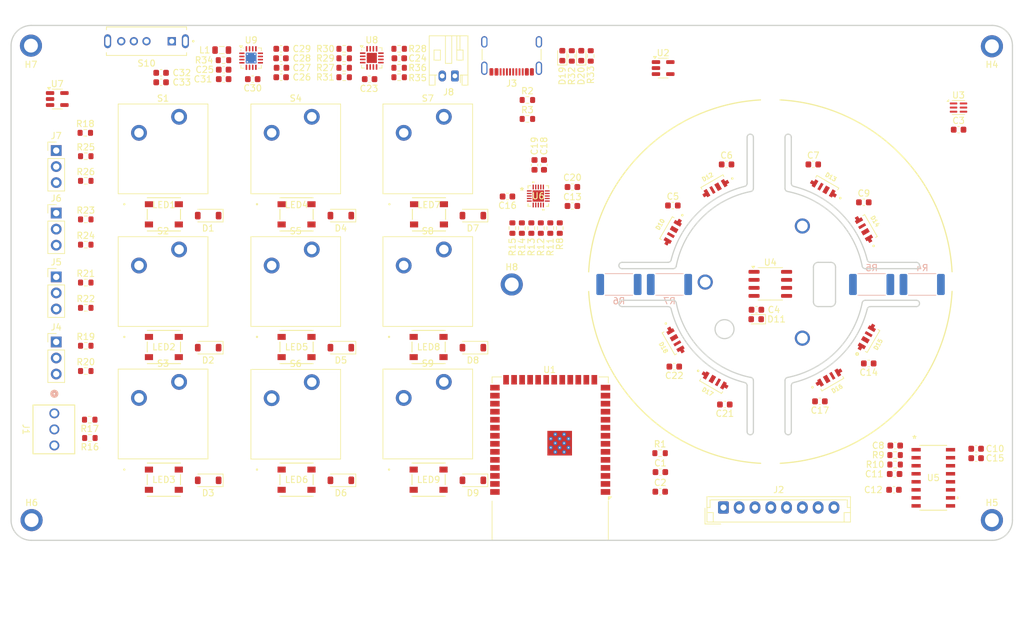
<source format=kicad_pcb>
(kicad_pcb (version 20240108) (generator "pcbnew") (generator_version "8.0")
  (layers (0 "F.Cu" signal) (1 "In1.Cu" signal) (2 "In2.Cu" signal) (31 "B.Cu" signal) (34 "B.Paste" user) (35 "F.Paste" user) (36 "B.SilkS" user "B.Silkscreen") (37 "F.SilkS" user "F.Silkscreen") (38 "B.Mask" user) (39 "F.Mask" user) (44 "Edge.Cuts" user))
  (net 0 "")
  (net 1 "GND")
  (net 2 "VCC_3V3")
  (net 3 "Net-(U1-EN)")
  (net 4 "VCC_5V5")
  (net 5 "Net-(U5-VIN1P)")
  (net 6 "Net-(U5-VIN1N)")
  (net 7 "Net-(U5-AVDD{slash}LDO)")
  (net 8 "Net-(U5-VIN2N)")
  (net 9 "Net-(U5-VIN2P)")
  (net 10 "Net-(U5-VBG)")
  (net 11 "/Dial/VIO")
  (net 12 "Net-(U6-VCP)")
  (net 13 "Net-(U6-1.8VOUT)")
  (net 14 "Net-(C23-Pad1)")
  (net 15 "Net-(U9-SS{slash}TR)")
  (net 16 "/MCU/ROW_0")
  (net 17 "Net-(D1-A)")
  (net 18 "/MCU/ROW_1")
  (net 19 "Net-(D2-A)")
  (net 20 "Net-(D3-A)")
  (net 21 "/MCU/ROW_2")
  (net 22 "Net-(D4-A)")
  (net 23 "Net-(D5-A)")
  (net 24 "Net-(D6-A)")
  (net 25 "Net-(D7-A)")
  (net 26 "Net-(D8-A)")
  (net 27 "Net-(D9-A)")
  (net 28 "/Dial/DIAL_LED_DATA_5V")
  (net 29 "Net-(D10-DOUT)")
  (net 30 "Net-(D12-DOUT)")
  (net 31 "Net-(D13-DOUT)")
  (net 32 "Net-(D14-DOUT)")
  (net 33 "Net-(D15-DOUT)")
  (net 34 "Net-(D16-DOUT)")
  (net 35 "Net-(D17-DOUT)")
  (net 37 "/MCU/SDA")
  (net 38 "/MCU/SCL")
  (net 39 "/MCU/LCD_DATA")
  (net 40 "/MCU/LCD_CS")
  (net 41 "/MCU/LCD_CMD")
  (net 42 "/MCU/LCD_BL")
  (net 43 "/MCU/LCD_RST")
  (net 44 "/MCU/LCD_SCK")
  (net 45 "VIN_5V")
  (net 46 "Net-(J3-CC2)")
  (net 47 "Net-(J3-CC1)")
  (net 48 "/MCU/USB_D+")
  (net 50 "/MCU/USB_D-")
  (net 52 "/MCU/VH")
  (net 53 "Net-(J4-Pin_1)")
  (net 54 "Net-(J5-Pin_1)")
  (net 55 "/MCU/UH")
  (net 56 "Net-(J6-Pin_1)")
  (net 57 "AMB_INT")
  (net 58 "/MCU/KEY_LED_DATA")
  (net 59 "Net-(J7-Pin_1)")
  (net 60 "Net-(L1-Pad1)")
  (net 61 "Net-(LED1-DOUT)")
  (net 62 "Net-(LED2-DOUT)")
  (net 63 "Net-(LED3-DOUT)")
  (net 64 "Net-(LED4-DOUT)")
  (net 65 "Net-(LED5-DOUT)")
  (net 66 "Net-(LED6-DOUT)")
  (net 67 "Net-(LED7-DOUT)")
  (net 68 "Net-(LED8-DOUT)")
  (net 70 "Net-(R10-Pad1)")
  (net 71 "Net-(R6-Pad2)")
  (net 72 "/Dial/VL")
  (net 73 "/Dial/WL")
  (net 74 "/Dial/UL")
  (net 75 "/Dial/WH")
  (net 76 "/Dial/VH")
  (net 77 "/Dial/UH")
  (net 78 "Net-(U7-Y)")
  (net 79 "Net-(LED1-DIN)")
  (net 80 "Net-(J4-Pin_3)")
  (net 81 "Net-(J5-Pin_3)")
  (net 82 "Net-(J6-Pin_3)")
  (net 83 "Net-(J7-Pin_3)")
  (net 84 "Net-(U8-TS)")
  (net 85 "Net-(U8-ILIM)")
  (net 86 "Net-(U8-ISET)")
  (net 87 "SW_OFF")
  (net 88 "/Power/NCE")
  (net 89 "Net-(D19-A)")
  (net 90 "Net-(D20-A)")
  (net 91 "Net-(U9-PG)")
  (net 92 "/MCU/COL_0")
  (net 93 "/MCU/COL_1")
  (net 94 "/MCU/COL_2")
  (net 95 "/MCU/SW_USB")
  (net 96 "/MCU/SW_BT")
  (net 97 "/MCU/NPGOOD")
  (net 98 "/MCU/NCE")
  (net 100 "/MCU/WL")
  (net 101 "DIAL_LED_DATA")
  (net 102 "/MCU/VL")
  (net 105 "/MCU/NCHG")
  (net 106 "/MCU/DIAG")
  (net 107 "STRAIN_DRDY")
  (net 108 "/MCU/WH")
  (net 109 "/MCU/VIO")
  (net 110 "/MCU/UL")
  (net 112 "/Dial/SCL")
  (net 114 "/Dial/SDA")
  (net 120 "/Dial/W")
  (net 121 "/Dial/U")
  (net 122 "/Dial/DIAG")
  (net 123 "/Dial/V")
  (net 125 "/Power/NCHG")
  (net 126 "/Power/NPGOOD")
  (footprint "ScottoKeebs_MX:MX_PCB_1.00u" (layer "F.Cu") (at 94.81 90.54)
    (property "Reference" "S2")
    (property "Value" "Keyswitch")
  )
  (footprint "Resistor_SMD:R_0603_1608Metric" (layer "F.Cu") (at 82.575 90.7)
    (property "Reference" "R21")
    (property "Value" "10K")
  )
  (footprint "ScottoKeebs_MX:MX_PCB_1.00u" (layer "F.Cu") (at 136.71 69.54)
    (property "Reference" "S7")
    (property "Value" "Keyswitch")
  )
  (footprint "ScottoKeebs_MX:MX_PCB_1.00u" (layer "F.Cu") (at 94.81 69.54)
    (property "Reference" "S1")
    (property "Value" "Keyswitch")
  )
  (footprint "OptoDevice:Broadcom_DFN-6_2x2mm_P0.65mm" (layer "F.Cu") (at 220.7125 63)
    (property "Reference" "U3")
    (property "Value" "APDS-9306-065")
  )
  (footprint "MountingHole:MountingHole_2.2mm_M2_ISO7380_Pad" (layer "F.Cu") (at 226 128.3)
    (property "Reference" "H5")
    (property "Value" "ScrewHole")
  )
  (footprint "Capacitor_SMD:C_0603_1608Metric" (layer "F.Cu") (at 94.5 59 180)
    (property "Reference" "C33")
    (property "Value" "0.1uF")
  )
  (footprint "Capacitor_SMD:C_0603_1608Metric" (layer "F.Cu") (at 197.725 72)
    (property "Reference" "C7")
    (property "Value" "0.1uF")
  )
  (footprint "LED_IN-PI55TAT_INL:LED_IN-PI55TAT_INL" (layer "F.Cu") (at 136.8378 100.900001)
    (property "Reference" "LED8")
    (property "Value" "IN-PI55TATPRPGPB")
  )
  (footprint "Capacitor_SMD:C_0603_1608Metric" (layer "F.Cu") (at 210.5 123.5 180)
    (property "Reference" "C12")
    (property "Value" "0.1uF")
  )
  (footprint "Capacitor_SMD:C_0603_1608Metric" (layer "F.Cu") (at 175.5 78.5)
    (property "Reference" "C5")
    (property "Value" "0.1uF")
  )
  (footprint "LED_4691:LED_4691" (layer "F.Cu") (at 206.160289 82.079553 120)
    (property "Reference" "D14")
    (property "Value" "4691")
  )
  (footprint "LED_IN-PI55TAT_INL:LED_IN-PI55TAT_INL" (layer "F.Cu") (at 136.8378 121.900001)
    (property "Reference" "LED9")
    (property "Value" "IN-PI55TATPRPGPB")
  )
  (footprint "Capacitor_SMD:C_0603_1608Metric" (layer "F.Cu") (at 173.525 120.7)
    (property "Reference" "C1")
    (property "Value" "10uF")
  )
  (footprint "Capacitor_SMD:C_0603_1608Metric" (layer "F.Cu") (at 210.7 116.5)
    (property "Reference" "C8")
    (property "Value" "0.1uF")
  )
  (footprint "Capacitor_SMD:C_0603_1608Metric" (layer "F.Cu") (at 198.775 109.5 180)
    (property "Reference" "C17")
    (property "Value" "0.1uF")
  )
  (footprint "Resistor_SMD:R_0603_1608Metric" (layer "F.Cu") (at 82.575 74.6)
    (property "Reference" "R26")
    (property "Value" "10K")
  )
  (footprint "Capacitor_SMD:C_0603_1608Metric" (layer "F.Cu") (at 220.725 66.5)
    (property "Reference" "C3")
    (property "Value" "1uF")
  )
  (footprint "ScottoKeebs_MX:MX_PCB_1.00u" (layer "F.Cu") (at 136.71 90.54)
    (property "Reference" "S8")
    (property "Value" "Keyswitch")
  )
  (footprint "Package_SO:SO-8_3.9x4.9mm_P1.27mm" (layer "F.Cu") (at 190.925 90.905)
    (property "Reference" "U4")
    (property "Value" "MT6701CT")
  )
  (footprint "NAU7802SGI:SOI16_NAU7802SGI_NUV" (layer "F.Cu") (at 216.72415 121.6)
    (property "Reference" "U5")
    (property "Value" "NAU7802SGI")
  )
  (footprint "Resistor_SMD:R_0603_1608Metric" (layer "F.Cu") (at 159.5 54.825 90)
    (property "Reference" "R32")
    (property "Value" "1.5K")
  )
  (footprint "LED_IN-PI55TAT_INL:LED_IN-PI55TAT_INL" (layer "F.Cu") (at 115.9378 121.900001)
    (property "Reference" "LED6")
    (property "Value" "IN-PI55TATPRPGPB")
  )
  (footprint "Resistor_SMD:R_0603_1608Metric" (layer "F.Cu") (at 156.1 82.075 -90)
    (property "Reference" "R11")
    (property "Value" "100K")
  )
  (footprint "Resistor_SMD:R_0603_1608Metric" (layer "F.Cu") (at 123.475 53.7 180)
    (property "Reference" "R30")
    (property "Value" "10K")
  )
  (footprint "022232031:CONN_A-6373-03A_MOL" (layer "F.Cu") (at 77.6 111.4 -90)
    (property "Reference" "J1")
    (property "Value" "I2C")
  )
  (footprint "Resistor_SMD:R_0603_1608Metric" (layer "F.Cu") (at 150.1 82.075 -90)
    (property "Reference" "R15")
    (property "Value" "100K")
  )
  (footprint "Package_TO_SOT_SMD:SOT-23-5" (layer "F.Cu") (at 173.9625 56.75)
    (property "Reference" "U2")
    (property "Value" "SN74LV1T34DBV")
  )
  (footprint "Resistor_SMD:R_0603_1608Metric" (layer "F.Cu") (at 82.575 104.7)
    (property "Reference" "R20")
    (property "Value" "10K")
  )
  (footprint "MountingHole:MountingHole_2.2mm_M2_ISO7380_Pad" (layer "F.Cu") (at 150 91)
    (property "Reference" "H8")
    (property "Value" "ScrewHole")
  )
  (footprint "Connector_JST:JST_PH_S2B-PH-K_1x02_P2.00mm_Horizontal" (layer "F.Cu") (at 141 58 180)
    (property "Reference" "J8")
    (property "Value" "S2B-PH-K-SLFSN")
  )
  (footprint "LED_IN-PI55TAT_INL:LED_IN-PI55TAT_INL" (layer "F.Cu") (at 94.9378 79.899999)
    (property "Reference" "LED1")
    (property "Value" "IN-PI55TATPRPGPB")
  )
  (footprint "RF_Module:ESP32-S3-WROOM-1" (layer "F.Cu") (at 156.085 118.58 180)
    (property "Reference" "U1")
    (property "Value" "ESP32-S3-WROOM-1")
  )
  (footprint "Inductor_SMD:L_0805_2012Metric" (layer "F.Cu") (at 104.1 53.9 180)
    (property "Reference" "L1")
    (property "Value" "2.2uH")
  )
  (footprint "Resistor_SMD:R_0603_1608Metric" (layer "F.Cu") (at 162.5 54.825 90)
    (property "Reference" "R33")
    (property "Value" "1.5K")
  )
  (footprint "Resistor_SMD:R_0603_1608Metric" (layer "F.Cu") (at 210.675 119.5)
    (property "Reference" "R10")
    (property "Value" "47")
  )
  (footprint "Holes:MountingHole_M1.6" (layer "F.Cu") (at 196 81.745001)
    (property "Reference" "H1" (hide yes))
    (property "Value" "MotorHole")
  )
  (footprint "Resistor_SMD:R_0603_1608Metric" (layer "F.Cu") (at 82.575 84.7)
    (property "Reference" "R24")
    (property "Value" "10K")
  )
  (footprint "Resistor_SMD:R_0603_1608Metric" (layer "F.Cu") (at 132.175 58.2 180)
    (property "Reference" "R35")
    (property "Value" "100K")
  )
  (footprint "ScottoKeebs_MX:MX_PCB_1.00u" (layer "F.Cu") (at 115.81 69.54)
    (property "Reference" "S4")
    (property "Value" "Keyswitch")
  )
  (footprint "LED_4691:LED_4691" (layer "F.Cu") (at 182.079552 75.339712 -150)
    (property "Reference" "D12")
    (property "Value" "4691")
  )
  (footprint "Diode_SMD:D_SOD-123" (layer "F.Cu") (at 122.95 101 180)
    (property "Reference" "D5")
    (property "Value" "1N4148W")
  )
  (footprint "Resistor_SMD:R_0603_1608Metric" (layer "F.Cu") (at 82.575 70.7)
    (property "Reference" "R25")
    (property "Value" "10K")
  )
  (footprint "Capacitor_SMD:C_0603_1608Metric" (layer "F.Cu") (at 223.5 117)
    (property "Reference" "C10")
    (property "Value" "0.1uF")
  )
  (footprint "ScottoKeebs_MX:MX_PCB_1.00u" (layer "F.Cu") (at 115.81 111.54)
    (property "Reference" "S6")
    (property "Value" "Keyswitch")
  )
  (footprint "Capacitor_SMD:C_0603_1608Metric" (layer "F.Cu") (at 104.4 57)
    (property "Reference" "C25")
    (property "Value" "22uF")
  )
  (footprint "Capacitor_SMD:C_0603_1608Metric" (layer "F.Cu") (at 183.725 110 180)
    (property "Reference" "C21")
    (property "Value" "0.1uF")
  )
  (footprint "Capacitor_SMD:C_0603_1608Metric" (layer "F.Cu") (at 94.5 57.5 180)
    (property "Reference" "C32")
    (property "Value" "10uF")
  )
  (footprint "Capacitor_SMD:C_0603_1608Metric" (layer "F.Cu") (at 113.5 53.7)
    (property "Reference" "C29")
    (property "Value" "4.7uF")
  )
  (footprint "ScottoKeebs_MX:MX_PCB_1.00u" (layer "F.Cu") (at 94.81 111.5)
    (property "Reference" "S3")
    (property "Value" "Keyswitch")
  )
  (footprint "Connector_JST:JST_EH_B8B-EH-A_1x08_P2.50mm_Vertical" (layer "F.Cu") (at 183.5 126.3)
    (property "Reference" "J2")
    (property "Value" "Conn_01x08")
  )
  (footprint "Capacitor_SMD:C_0603_1608Metric" (layer "F.Cu") (at 173.5 123.8)
    (property "Reference" "C2")
    (property "Value" "1uF")
  )
  (footprint "LED_IN-PI55TAT_INL:LED_IN-PI55TAT_INL" (layer "F.Cu") (at 115.9378 79.900001)
    (property "Reference" "LED4")
    (property "Value" "IN-PI55TATPRPGPB")
  )
  (footprint "ScottoKeebs_MX:MX_PCB_1.00u" (layer "F.Cu") (at 136.71 111.5)
    (property "Reference" "S9")
    (property "Value" "Keyswitch")
  )
  (footprint "Resistor_SMD:R_0603_1608Metric" (layer "F.Cu") (at 152.475 64.8)
    (property "Reference" "R3")
    (property "Value" "5.1K")
  )
  (footprint "Holes:MountingHole_M1.6" (layer "F.Cu") (at 196 99.5)
    (property "Reference" "H2" (hide yes))
    (property "Value" "MotorHole")
  )
  (footprint "Connector_PinHeader_2.54mm:PinHeader_1x03_P2.54mm_Vertical" (layer "F.Cu") (at 77.9 79.7)
    (property "Reference" "J6")
    (property "Value" "Conn_01x03")
  )
  (footprint "SW_SLW-1274547-4A-RA-D:SW_SLW-1274547-4A-RA-D" (layer "F.Cu") (at 92.1875 52.5 180)
    (property "Reference" "S10")
    (property "Value" "SLW-1274547-4A-RA-D")
  )
  (footprint "Resistor_SMD:R_0603_1608Metric" (layer "F.Cu") (at 132.175 53.7)
    (property "Reference" "R28")
    (property "Value" "1.1K")
  )
  (footprint "Connector_PinHeader_2.54mm:PinHeader_1x03_P2.54mm_Vertical" (layer "F.Cu") (at 77.9 89.8)
    (property "Reference" "J5")
    (property "Value" "Conn_01x03")
  )
  (footprint "Diode_SMD:D_SOD-123" (layer "F.Cu") (at 122.95 80.1 180)
    (property "Reference" "D4")
    (property "Value" "1N4148W")
  )
  (footprint "Capacitor_SMD:C_0603_1608Metric" (layer "F.Cu") (at 155.1 72.075 90)
    (property "Reference" "C18")
    (property "Value" "10nF")
  )
  (footprint "LED_IN-PI55TAT_INL:LED_IN-PI55TAT_INL" (layer "F.Cu") (at 136.9 79.900001)
    (property "Reference" "LED7")
    (property "Value" "IN-PI55TATPRPGPB")
  )
  (footprint "Resistor_SMD:R_0603_1608Metric" (layer "F.Cu") (at 123.475 55.2)
    (property "Reference" "R29")
    (property "Value" "1.13K")
  )
  (footprint "Connector_PinHeader_2.54mm:PinHeader_1x03_P2.54mm_Vertical" (layer "F.Cu") (at 77.9 69.8)
    (property "Reference" "J7")
    (property "Value" "Conn_01x03")
  )
  (footprint "Diode_SMD:D_SOD-123" (layer "F.Cu") (at 143.85 122 180)
    (property "Reference" "D9")
    (property "Value" "1N4148W")
  )
  (footprint "LED_SMD:LED_0603_1608Metric" (layer "F.Cu") (at 161 54.7875 90)
    (property "Reference" "D20")
    (property "Value" "LED")
  )
  (footprint "Diode_SMD:D_SOD-123" (layer "F.Cu") (at 143.85 80.1 180)
    (property "Reference" "D7")
    (property "Value" "1N4148W")
  )
  (footprint "Diode_SMD:D_SOD-123" (layer "F.Cu") (at 143.85 101 180)
    (property "Reference" "D8")
    (property "Value" "1N4148W")
  )
  (footprint "Resistor_SMD:R_0603_1608Metric" (layer "F.Cu") (at 104.375 55.5)
    (property "Reference" "R34")
    (property "Value" "100K")
  )
  (footprint "Resistor_SMD:R_0603_1608Metric" (layer "F.Cu") (at 123.475 58.2 180)
    (property "Reference" "R31")
    (property "Value" "10K")
  )
  (footprint "TMC6300:21-100586_K2033&plus_1C_ADI" (layer "F.Cu") (at 154.200001 76.9974)
    (property "Reference" "U6")
    (property "Value" "TMC6300-LA-T")
  )
  (footprint "LED_4691:LED_4691" (layer "F.Cu") (at 206.560288 99.629552 60)
    (property "Reference" "D15")
    (property "Value" "4691")
  )
  (footprint "Resistor_SMD:R_0603_1608Metric" (layer "F.Cu") (at 152.475 61.8)
    (property "Reference" "R2")
    (property "Value" "5.1K")
  )
  (footprint "Capacitor_SMD:C_0603_1608Metric" (layer "F.Cu") (at 175.725 104 180)
    (property "Reference" "C22")
    (property "Value" "0.1uF")
  )
  (footprint "Capacitor_SMD:C_0603_1608Metric" (layer "F.Cu") (at 159.6 75.575 180)
    (property "Reference" "C20")
    (property "Value" "10nF")
  )
  (footprint "Resistor_SMD:R_0603_1608Metric" (layer "F.Cu") (at 83.225 115.3 180)
    (property "Reference" "R16")
    (property "Value" "10K")
  )
  (footprint "Capacitor_SMD:C_0603_1608Metric" (layer "F.Cu") (at 206.5 103.5 180)
    (property "Reference" "C14")
    (property "Value" "0.1uF")
  )
  (footprint "Resistor_SMD:R_0603_1608Metric" (layer "F.Cu") (at 83.2 112.4 180)
    (property "Reference" "R17")
    (property "Value" "10K")
  )
  (footprint "Capacitor_SMD:C_0603_1608Metric" (layer "F.Cu") (at 113.5 58.2)
    (property "Reference" "C26")
    (property "Value" "3.3nF")
  )
  (footprint "Resistor_SMD:R_0603_1608Metric" (layer "F.Cu") (at 157.6 82.075 -90)
    (property "Reference" "R8")
    (property "Value" "100K")
  )
  (footprint "LED_4691:LED_4691" (layer "F.Cu") (at 181.870448 106.560289 -30)
    (property "Reference" "D17")
    (property "Value" "4691")
  )
  (footprint "Resistor_SMD:R_0603_1608Metric" (layer "F.Cu") (at 153.1 82.075 -90)
    (property "Reference" "R13")
    (property "Value" "100K")
  )
  (footprint "ScottoKeebs_MX:MX_PCB_1.00u" (layer "F.Cu") (at 115.81 90.54)
    (property "Reference" "S5")
    (property "Value" "Keyswitch")
  )
  (footprint "Capacitor_SMD:C_0603_1608Metric" (layer "F.Cu") (at 188.725 95)
    (property "Reference" "C4")
    (property "Value" "0.1uF")
  )
  (footprint "Resistor_SMD:R_0603_1608Metric" (layer "F.Cu") (at 123.475 56.7 180)
    (property "Reference" "R27")
    (property "Value" "10K")
  )
  (footprint "MountingHole:MountingHole_2.2mm_M2_ISO7380_Pad" (layer "F.Cu") (at 74 128.3)
    (property "Reference" "H6")
    (property "Value" "ScrewHole")
  )
  (footprint "Resistor_SMD:R_0603_1608Metric" (layer "F.Cu") (at 82.575 100.7)
    (property "Reference" "R19")
    (property "Value" "10K")
  )
  (footprint "Capacitor_SMD:C_0603_1608Metric" (layer "F.Cu") (at 109 58.5 180)
    (property "Reference" "C30")
    (property "Value" "22uF")
  )
  (footprint "Package_TO_SOT_SMD:SOT-23-5" (layer "F.Cu") (at 78.0625 61.65)
    (property "Reference" "U7")
    (property "Value" "SN74LV1T34DBV")
  )
  (footprint "Connector_USB:USB_C_Receptacle_GCT_USB4105-xx-A_16P_TopMnt_Horizontal" (layer "F.Cu") (at 149.98 53.675 180)
    (property "Reference" "J3")
    (property "Value" "USB_C_Receptacle_USB2.0_16P")
  )
  (footprint "Resistor_SMD:R_0603_1608Metric" (layer "F.Cu") (at 210.675 118)
    (property "Reference" "R9")
    (property "Value" "47")
  )
  (footprint "LED_SMD:LED_0603_1608Metric" (layer "F.Cu") (at 158 54.7875 90)
    (property "Reference" "D19")
    (property "Value" "LED")
  )
  (footprint "LED_4691:LED_4691" (layer "F.Cu") (at 199.629553 75.439712 150)
    (property "Reference" "D13")
    (property "Value" "4691")
  )
  (footprint "Resistor_SMD:R_0603_1608Metric" (layer "F.Cu") (at 132.175 56.7 180)
    (property "Reference" "R36")
    (property "Value" "100K")
  )
  (footprint "Package_DFN_QFN:VQFN-16-1EP_3x3mm_P0.5mm_EP1.68x1.68mm_ThermalVias" (layer "F.Cu") (at 108.75 55.1625)
    (property "Reference" "U9")
    (property "Value" "TPS62132")
  )
  (footprint "Capacitor_SMD:C_0603_1608Metric" (layer "F.Cu") (at 205.725 78)
    (property "Reference" "C9")
    (property "Value" "0.1uF")
  )
  (footprint "Diode_SMD:D_SOD-123" (layer "F.Cu") (at 101.95 101 180)
    (property "Reference" "D2")
    (property "Value" "1N4148W")
  )
  (footprint "LED_4691:LED_4691" (layer "F.Cu") (at 175.104863 82.412163 -120)
    (property "Reference" "D10")
    (property "Value" "4691")
  )
  (footprint "Resistor_SMD:R_0603_1608Metric" (layer "F.Cu") (at 82.5 67)
    (property "Reference" "R18")
    (property "Value" "500")
  )
  (footprint "Capacitor_SMD:C_0603_1608Metric" (layer "F.Cu") (at 113.55 56.7)
    (property "Reference" "C27")
    (property "Value" "0.1uF")
  )
  (footprint "Capacitor_SMD:C_0603_1608Metric" (layer "F.Cu") (at 104.4 58.5)
    (property "Reference" "C31")
    (property "Value" "4.7uF")
  )
  (footprint "Diode_SMD:D_SOD-123" (layer "F.Cu") (at 101.95 80.1 180)
    (property "Reference" "D1")
    (property "Value" "1N4148W")
  )
  (footprint "Resistor_SMD:R_0603_1608Metric" (layer "F.Cu") (at 151.6 82.075 -90)
    (property "Reference" "R14")
    (property "Value" "100K")
  )
  (footprint "Capacitor_SMD:C_0603_1608Metric" (layer "F.Cu") (at 159.6 78.575)
    (property "Reference" "C13")
    (property "Value" "100nF")
  )
  (footprint "Capacitor_SMD:C_0603_1608Metric" (layer "F.Cu") (at 223.5 118.5)
    (property "Reference" "C15")
    (property "Value" "1uF")
  )
  (footprint "LED_IN-PI55TAT_INL:LED_IN-PI55TAT_INL" (layer "F.Cu") (at 94.9378 100.900001)
    (property "Reference" "LED2")
    (property "Value" "IN-PI55TATPRPGPB")
  )
  (footprint "Capacitor_SMD:C_0603_1608Metric" (layer "F.Cu") (at 210.6 121)
    (property "Reference" "C11")
    (property "Value" "330pF")
  )
  (footprint "LED_IN-PI55TAT_INL:LED_IN-PI55TAT_INL" (layer "F.Cu") (at 115.9378 100.900001)
    (property "Reference" "LED5")
    (property "Value" "IN-PI55TATPRPGPB")
  )
  (footprint "Capacitor_SMD:C_0603_1608Metric" (layer "F.Cu") (at 132.2 55.2)
    (property "Reference" "C24")
    (property "Value" "4.7uF")
  )
  (footprint "MountingHole:MountingHole_2.2mm_M2_ISO7380_Pad" (layer "F.Cu") (at 226 53.3)
    (property "Reference" "H4")
    (property "Value" "ScrewHole")
  )
  (footprint "Resistor_SMD:R_0603_1608Metric" (layer "F.Cu") (at 82.575 94.7)
    (property "Reference" "R22")
    (property "Value" "10K")
  )
  (footprint "Diode_SMD:D_SOD-123" (layer "F.Cu") (at 101.95 122 180)
    (property "Reference" "D3")
    (property "Value" "1N4148W")
  )
  (footprint "Resistor_SMD:R_0603_1608Metric" (layer "F.Cu") (at 154.6 82.075 -90)
    (property "Reference" "R12")
    (property "Value" "100K")
  )
  (footprint "LED_4691:LED_4691" (layer "F.Cu") (at 175.5 100 -60)
    (property "Reference" "D18")
    (property "Value" "4691")
  )
  (footprint "Diode_SMD:D_0603_1608Metric" (layer "F.Cu") (at 188.6875 96.5 180)
    (property "Reference" "D11")
    (property "Value" "D_TVS")
  )
  (footprint "LED_4691:LED_4691" (layer "F.Cu") (at 200.420447 106.160288 30)
    (property "Reference" "D16")
    (property "Value" "4691")
  )
  (footprint "Capacitor_SMD:C_0603_1608Metric" (layer "F.Cu") (at 153.6 72.075 90)
    (property "Reference" "C19")
    (property "Value" "10uF")
  )
  (footprint "Capacitor_SMD:C_0603_1608Metric" (layer "F.Cu") (at 149.325 77.075 180)
    (property "Reference" "C16")
    (property "Value" "10nF")
  )
  (footprint "Capacitor_SMD:C_0603_1608Metric" (layer "F.Cu") (at 184 72)
    (property "Reference" "C6")
    (property "Value" "0.1uF")
  )
  (footprint "Package_DFN_QFN:VQFN-16-1EP_3x3mm_P0.5mm_EP1.6x1.6mm" (layer "F.Cu") (at 127.85 55.1375)
    (property "Reference" "U8")
    (property "Value" "BQ24075RGT")
  )
  (footprint "Holes:MountingHole_M1.6" (layer "F.Cu") (at 180.623719 90.622501)
    (property "Reference" "H3" (hide yes))
    (property "Value" "MotorHole")
  )
  (footprint "Resistor_SMD:R_0603_1608Metric" (layer "F.Cu") (at 82.575 80.7)
    (property "Reference" "R23")
    (property "Value" "10K")
  )
  (footprint "Connector_PinHeader_2.54mm:PinHeader_1x03_P2.54mm_Vertical" (layer "F.Cu") (at 77.9 100.1)
    (property "Reference" "J4")
    (property "Value" "Conn_01x03")
  )
  (footprint "Diode_SMD:D_SOD-123" (layer "F.Cu") (at 122.95 122 180)
    (property "Reference" "D6")
    (property "Value" "1N4148W")
  )
  (footprint "Resistor_SMD:R_0603_1608Metric" (layer "F.Cu") (at 173.475 117.7)
    (property "Reference" "R1")
    (property "Value" "10K")
  )
  (footprint "MountingHole:MountingHole_2.2mm_M2_ISO7380_Pad" (layer "F.Cu") (at 73.9 53.2)
    (property "Reference" "H7")
    (property "Value" "ScrewHole")
  )
  (footprint "Capacitor_SMD:C_0603_1608Metric" (layer "F.Cu") (at 127.5 58.5)
    (property "Reference" "C23")
    (property "Value" "4.7uF")
  )
  (footprint "Capacitor_SMD:C_0603_1608Metric" (layer "F.Cu") (at 113.475 55.2)
    (property "Reference" "C28")
    (property "Value" "10uF")
  )
  (footprint "LED_IN-PI55TAT_INL:LED_IN-PI55TAT_INL" (layer "F.Cu") (at 94.9378 121.899999)
    (property "Reference" "LED3")
    (property "Value" "IN-PI55TATPRPGPB")
  )
  (footprint "Resistor_SMD:R_2512_6332Metric" (layer "B.Cu") (at 214.9625 91 180)
    (property "Reference" "R4")
    (property "Value" "330")
  )
  (footprint "Resistor_SMD:R_2512_6332Metric" (layer "B.Cu") (at 206.9625 91 180)
    (property "Reference" "R5")
    (property "Value" "330")
  )
  (footprint "Resistor_SMD:R_2512_6332Metric" (layer "B.Cu") (at 174.9625 91)
    (property "Reference" "R7")
    (property "Value" "330")
  )
  (footprint "Resistor_SMD:R_2512_6332Metric" (layer "B.Cu") (at 166.9625 91)
    (property "Reference" "R6")
    (property "Value" "330")
  )
  (gr_arc (start 192.480755 61.789472) (mid 211.290768 70.176359) (end 219.690241 88.980755) (stroke (width 0.2)) (layer "F.SilkS"))
  (gr_arc (start 162.174533 89) (mid 170.56142 70.189987) (end 189.365816 61.790514) (stroke (width 0.2)) (layer "F.SilkS"))
  (gr_arc (start 219.691283 92.095694) (mid 211.304396 110.905707) (end 192.5 119.30518) (stroke (width 0.2)) (layer "F.SilkS"))
  (gr_arc (start 189.385061 119.306222) (mid 170.575048 110.919335) (end 162.175575 92.114939) (stroke (width 0.2)) (layer "F.SilkS"))
  (gr_arc (start 186.869765 106.522727) (mid 187.142637 106.700083) (end 187.248552 107.007811) (stroke (width 0.2)) (layer "Edge.Cuts"))
  (gr_arc (start 176.032192 88.096775) (mid 180.141951 80.3934) (end 187.845327 76.283641) (stroke (width 0.2)) (layer "Edge.Cuts"))
  (gr_arc (start 206.271277 94.878789) (mid 202.06226 102.31371) (end 194.627339 106.522726) (stroke (width 0.2)) (layer "Edge.Cuts"))
  (gr_arc (start 197.748551 88.250002) (mid 197.968221 87.719672) (end 198.498551 87.500002) (stroke (width 0.2)) (layer "Edge.Cuts"))
  (gr_line (start 205.955458 88.500002) (end 214.038751 88.500002) (stroke (width 0.2)) (layer "Edge.Cuts"))
  (gr_arc (start 176.03219 88.096776) (mid 175.859145 88.386257) (end 175.541646 88.500001) (stroke (width 0.2)) (layer "Edge.Cuts"))
  (gr_arc (start 205.464912 93.903227) (mid 201.355153 101.606602) (end 193.651777 105.716361) (stroke (width 0.2)) (layer "Edge.Cuts"))
  (gr_line (start 214.038751 87.500002) (end 206.756362 87.500002) (stroke (width 0.2)) (layer "Edge.Cuts"))
  (gr_arc (start 187.845326 105.716361) (mid 188.134808 105.889406) (end 188.248553 106.206907) (stroke (width 0.2)) (layer "Edge.Cuts"))
  (gr_arc (start 194.627339 75.477275) (mid 194.354467 75.299919) (end 194.248552 74.992191) (stroke (width 0.2)) (layer "Edge.Cuts"))
  (gr_line (start 188.248552 114.2902) (end 188.248553 106.206907) (stroke (width 0.2)) (layer "Edge.Cuts"))
  (gr_arc (start 201.248551 93.750001) (mid 201.028881 94.280331) (end 200.498551 94.500001) (stroke (width 0.2)) (layer "Edge.Cuts"))
  (gr_arc (start 187.248553 67.709802) (mid 187.748553 67.209802) (end 188.248553 67.709802) (stroke (width 0.2)) (layer "Edge.Cuts"))
  (gr_arc (start 188.248554 75.793095) (mid 188.134809 76.110596) (end 187.845327 76.283641) (stroke (width 0.2)) (layer "Edge.Cuts"))
  (gr_circle (center 183.677485 98.071068) (end 185.177485 98.071068) (stroke (width 0.2)) (fill none) (layer "Edge.Cuts"))
  (gr_arc (start 70.75 53.2) (mid 71.687258 50.937258) (end 73.95 50) (stroke (width 0.2)) (layer "Edge.Cuts"))
  (gr_arc (start 174.740742 94.5) (mid 175.048471 94.605915) (end 175.225827 94.878788) (stroke (width 0.2)) (layer "Edge.Cuts"))
  (gr_line (start 187.248553 67.709802) (end 187.248553 74.992191) (stroke (width 0.2)) (layer "Edge.Cuts"))
  (gr_line (start 206.756362 94.500001) (end 214.038751 94.500001) (stroke (width 0.2)) (layer "Edge.Cuts"))
  (gr_line (start 187.248552 107.007811) (end 187.248552 114.2902) (stroke (width 0.2)) (layer "Edge.Cuts"))
  (gr_arc (start 206.271278 94.878788) (mid 206.448634 94.605916) (end 206.756362 94.500001) (stroke (width 0.2)) (layer "Edge.Cuts"))
  (gr_line (start 194.248552 74.992191) (end 194.248552 67.709802) (stroke (width 0.2)) (layer "Edge.Cuts"))
  (gr_line (start 201.248551 93.750001) (end 201.248551 88.250002) (stroke (width 0.2)) (layer "Edge.Cuts"))
  (gr_arc (start 205.464913 93.903227) (mid 205.637958 93.613746) (end 205.955458 93.500001) (stroke (width 0.2)) (layer "Edge.Cuts"))
  (gr_line (start 175.541646 93.5) (end 167.458353 93.5) (stroke (width 0.2)) (layer "Edge.Cuts"))
  (gr_line (start 229.25 53.2) (end 229.25 128.3) (stroke (width 0.2)) (layer "Edge.Cuts"))
  (gr_line (start 193.248551 106.206907) (end 193.248551 114.2902) (stroke (width 0.2)) (layer "Edge.Cuts"))
  (gr_arc (start 187.248553 74.992191) (mid 187.142638 75.29992) (end 186.869765 75.477276) (stroke (width 0.2)) (layer "Edge.Cuts"))
  (gr_arc (start 226.05 50) (mid 228.312742 50.937258) (end 229.25 53.2) (stroke (width 0.2)) (layer "Edge.Cuts"))
  (gr_line (start 188.248553 75.793095) (end 188.248553 67.709802) (stroke (width 0.2)) (layer "Edge.Cuts"))
  (gr_arc (start 200.498551 87.500002) (mid 201.028881 87.719672) (end 201.248551 88.250002) (stroke (width 0.2)) (layer "Edge.Cuts"))
  (gr_arc (start 229.25 128.3) (mid 228.312742 130.562742) (end 226.05 131.5) (stroke (width 0.2)) (layer "Edge.Cuts"))
  (gr_line (start 214.038751 93.500001) (end 205.955458 93.500001) (stroke (width 0.2)) (layer "Edge.Cuts"))
  (gr_arc (start 188.248552 114.2902) (mid 187.748552 114.7902) (end 187.248552 114.2902) (stroke (width 0.2)) (layer "Edge.Cuts"))
  (gr_line (start 167.458353 94.5) (end 174.740742 94.5) (stroke (width 0.2)) (layer "Edge.Cuts"))
  (gr_arc (start 186.869764 106.522726) (mid 179.434822 102.313722) (end 175.225827 94.878788) (stroke (width 0.2)) (layer "Edge.Cuts"))
  (gr_arc (start 167.458353 94.5) (mid 166.958353 94) (end 167.458353 93.5) (stroke (width 0.2)) (layer "Edge.Cuts"))
  (gr_line (start 197.748551 88.250002) (end 197.748551 93.750001) (stroke (width 0.2)) (layer "Edge.Cuts"))
  (gr_arc (start 175.225827 87.121213) (mid 179.43485 79.686305) (end 186.869765 75.477276) (stroke (width 0.2)) (layer "Edge.Cuts"))
  (gr_arc (start 205.955458 88.500003) (mid 205.637957 88.386258) (end 205.464912 88.096776) (stroke (width 0.2)) (layer "Edge.Cuts"))
  (gr_line (start 198.498551 94.500001) (end 200.498551 94.500001) (stroke (width 0.2)) (layer "Edge.Cuts"))
  (gr_line (start 70.75 128.3) (end 70.75 53.2) (stroke (width 0.2)) (layer "Edge.Cuts"))
  (gr_arc (start 193.24855 106.206907) (mid 193.362295 105.889406) (end 193.651777 105.716361) (stroke (width 0.2)) (layer "Edge.Cuts"))
  (gr_arc (start 167.458353 88.500001) (mid 166.958353 88.000001) (end 167.458353 87.500001) (stroke (width 0.2)) (layer "Edge.Cuts"))
  (gr_arc (start 193.651778 76.283641) (mid 201.355153 80.3934) (end 205.464912 88.096776) (stroke (width 0.2)) (layer "Edge.Cuts"))
  (gr_line (start 226.05 131.5) (end 73.95 131.5) (stroke (width 0.2)) (layer "Edge.Cuts"))
  (gr_arc (start 194.248551 107.007811) (mid 194.354466 106.700082) (end 194.627339 106.522726) (stroke (width 0.2)) (layer "Edge.Cuts"))
  (gr_arc (start 187.845326 105.716361) (mid 180.141951 101.606602) (end 176.032192 93.903226) (stroke (width 0.2)) (layer "Edge.Cuts"))
  (gr_arc (start 214.038751 87.500002) (mid 214.538751 88.000002) (end 214.038751 88.500002) (stroke (width 0.2)) (layer "Edge.Cuts"))
  (gr_arc (start 73.95 131.5) (mid 71.687258 130.562742) (end 70.75 128.3) (stroke (width 0.2)) (layer "Edge.Cuts"))
  (gr_arc (start 175.225826 87.121214) (mid 175.04847 87.394086) (end 174.740742 87.500001) (stroke (width 0.2)) (layer "Edge.Cuts"))
  (gr_arc (start 193.248552 67.709802) (mid 193.748552 67.209802) (end 194.248552 67.709802) (stroke (width 0.2)) (layer "Edge.Cuts"))
  (gr_arc (start 194.62734 75.477276) (mid 202.062261 79.686293) (end 206.271277 87.121214) (stroke (width 0.2)) (layer "Edge.Cuts"))
  (gr_arc (start 206.756362 87.500002) (mid 206.448633 87.394087) (end 206.271277 87.121214) (stroke (width 0.2)) (layer "Edge.Cuts"))
  (gr_arc (start 214.038751 93.500001) (mid 214.538751 94.000001) (end 214.038751 94.500001) (stroke (width 0.2)) (layer "Edge.Cuts"))
  (gr_line (start 194.248551 114.2902) (end 194.248551 107.007811) (stroke (width 0.2)) (layer "Edge.Cuts"))
  (gr_line (start 200.498551 87.500002) (end 198.498551 87.500002) (stroke (width 0.2)) (layer "Edge.Cuts"))
  (gr_arc (start 193.651778 76.28364) (mid 193.362297 76.110595) (end 193.248552 75.793095) (stroke (width 0.2)) (layer "Edge.Cuts"))
  (gr_line (start 174.740742 87.500001) (end 167.458353 87.500001) (stroke (width 0.2)) (layer "Edge.Cuts"))
  (gr_line (start 167.458353 88.500001) (end 175.541646 88.500001) (stroke (width 0.2)) (layer "Edge.Cuts"))
  (gr_arc (start 175.541646 93.499999) (mid 175.859147 93.613744) (end 176.032192 93.903226) (stroke (width 0.2)) (layer "Edge.Cuts"))
  (gr_arc (start 194.248551 114.2902) (mid 193.748551 114.7902) (end 193.248551 114.2902) (stroke (width 0.2)) (layer "Edge.Cuts"))
  (gr_line (start 193.248552 67.709802) (end 193.248552 75.793095) (stroke (width 0.2)) (layer "Edge.Cuts"))
  (gr_arc (start 198.498551 94.500001) (mid 197.968221 94.280331) (end 197.748551 93.750001) (stroke (width 0.2)) (layer "Edge.Cuts"))
  (gr_line (start 73.95 50) (end 226.05 50) (stroke (width 0.2)) (layer "Edge.Cuts"))
)
</source>
